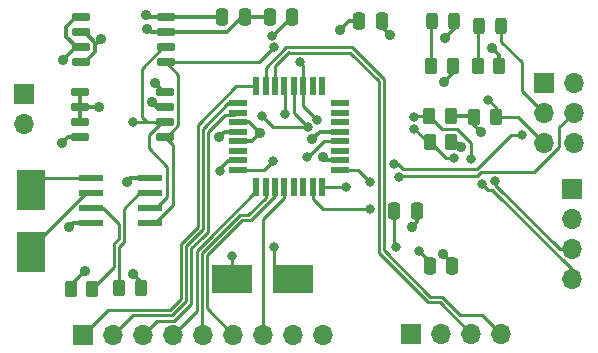
<source format=gtl>
%TF.GenerationSoftware,KiCad,Pcbnew,(6.0.1-0)*%
%TF.CreationDate,2022-02-17T22:02:19-07:00*%
%TF.ProjectId,MCU Datalogger,4d435520-4461-4746-916c-6f676765722e,1*%
%TF.SameCoordinates,Original*%
%TF.FileFunction,Copper,L1,Top*%
%TF.FilePolarity,Positive*%
%FSLAX46Y46*%
G04 Gerber Fmt 4.6, Leading zero omitted, Abs format (unit mm)*
G04 Created by KiCad (PCBNEW (6.0.1-0)) date 2022-02-17 22:02:19*
%MOMM*%
%LPD*%
G01*
G04 APERTURE LIST*
G04 Aperture macros list*
%AMRoundRect*
0 Rectangle with rounded corners*
0 $1 Rounding radius*
0 $2 $3 $4 $5 $6 $7 $8 $9 X,Y pos of 4 corners*
0 Add a 4 corners polygon primitive as box body*
4,1,4,$2,$3,$4,$5,$6,$7,$8,$9,$2,$3,0*
0 Add four circle primitives for the rounded corners*
1,1,$1+$1,$2,$3*
1,1,$1+$1,$4,$5*
1,1,$1+$1,$6,$7*
1,1,$1+$1,$8,$9*
0 Add four rect primitives between the rounded corners*
20,1,$1+$1,$2,$3,$4,$5,0*
20,1,$1+$1,$4,$5,$6,$7,0*
20,1,$1+$1,$6,$7,$8,$9,0*
20,1,$1+$1,$8,$9,$2,$3,0*%
G04 Aperture macros list end*
%TA.AperFunction,SMDPad,CuDef*%
%ADD10RoundRect,0.250000X0.262500X0.450000X-0.262500X0.450000X-0.262500X-0.450000X0.262500X-0.450000X0*%
%TD*%
%TA.AperFunction,SMDPad,CuDef*%
%ADD11RoundRect,0.250000X-0.262500X-0.450000X0.262500X-0.450000X0.262500X0.450000X-0.262500X0.450000X0*%
%TD*%
%TA.AperFunction,SMDPad,CuDef*%
%ADD12RoundRect,0.250000X0.250000X0.475000X-0.250000X0.475000X-0.250000X-0.475000X0.250000X-0.475000X0*%
%TD*%
%TA.AperFunction,SMDPad,CuDef*%
%ADD13RoundRect,0.243750X-0.243750X-0.456250X0.243750X-0.456250X0.243750X0.456250X-0.243750X0.456250X0*%
%TD*%
%TA.AperFunction,ComponentPad*%
%ADD14R,1.700000X1.700000*%
%TD*%
%TA.AperFunction,ComponentPad*%
%ADD15O,1.700000X1.700000*%
%TD*%
%TA.AperFunction,SMDPad,CuDef*%
%ADD16RoundRect,0.150000X-0.650000X-0.150000X0.650000X-0.150000X0.650000X0.150000X-0.650000X0.150000X0*%
%TD*%
%TA.AperFunction,SMDPad,CuDef*%
%ADD17R,2.400000X3.500000*%
%TD*%
%TA.AperFunction,SMDPad,CuDef*%
%ADD18R,1.500000X0.550000*%
%TD*%
%TA.AperFunction,SMDPad,CuDef*%
%ADD19R,0.550000X1.500000*%
%TD*%
%TA.AperFunction,SMDPad,CuDef*%
%ADD20RoundRect,0.250000X-0.250000X-0.475000X0.250000X-0.475000X0.250000X0.475000X-0.250000X0.475000X0*%
%TD*%
%TA.AperFunction,SMDPad,CuDef*%
%ADD21R,3.500000X2.400000*%
%TD*%
%TA.AperFunction,SMDPad,CuDef*%
%ADD22RoundRect,0.041300X-0.943700X-0.253700X0.943700X-0.253700X0.943700X0.253700X-0.943700X0.253700X0*%
%TD*%
%TA.AperFunction,ViaPad*%
%ADD23C,0.800000*%
%TD*%
%TA.AperFunction,ViaPad*%
%ADD24C,0.900000*%
%TD*%
%TA.AperFunction,Conductor*%
%ADD25C,0.250000*%
%TD*%
%TA.AperFunction,Conductor*%
%ADD26C,0.350000*%
%TD*%
G04 APERTURE END LIST*
D10*
%TO.P,R4,1*%
%TO.N,/Vcc*%
X116103400Y-85801200D03*
%TO.P,R4,2*%
%TO.N,/SDA*%
X114278400Y-85801200D03*
%TD*%
%TO.P,R2,1*%
%TO.N,/Vcc*%
X89863300Y-100355400D03*
%TO.P,R2,2*%
%TO.N,Net-(R2-Pad2)*%
X88038300Y-100355400D03*
%TD*%
D11*
%TO.P,R7,1*%
%TO.N,Net-(D2-Pad1)*%
X114454300Y-81559400D03*
%TO.P,R7,2*%
%TO.N,GND*%
X116279300Y-81559400D03*
%TD*%
D10*
%TO.P,R5,1*%
%TO.N,GND*%
X120241700Y-81559400D03*
%TO.P,R5,2*%
%TO.N,Net-(D1-Pad1)*%
X118416700Y-81559400D03*
%TD*%
D12*
%TO.P,C2,1*%
%TO.N,GND*%
X113243400Y-93802200D03*
%TO.P,C2,2*%
%TO.N,Net-(C2-Pad2)*%
X111343400Y-93802200D03*
%TD*%
D13*
%TO.P,D2,1,K*%
%TO.N,Net-(D2-Pad1)*%
X114505500Y-77698600D03*
%TO.P,D2,2,A*%
%TO.N,/Vcc*%
X116380500Y-77698600D03*
%TD*%
D14*
%TO.P,J4,1,Pin_1*%
%TO.N,GND*%
X112786000Y-104216200D03*
D15*
%TO.P,J4,2,Pin_2*%
%TO.N,/Vcc*%
X115326000Y-104216200D03*
%TO.P,J4,3,Pin_3*%
%TO.N,/RX*%
X117866000Y-104216200D03*
%TO.P,J4,4,Pin_4*%
%TO.N,/TX*%
X120406000Y-104216200D03*
%TD*%
D16*
%TO.P,U1,1,A0*%
%TO.N,/Vcc*%
X84690400Y-83693000D03*
%TO.P,U1,2,A1*%
X84690400Y-84963000D03*
%TO.P,U1,3,A2*%
X84690400Y-86233000D03*
%TO.P,U1,4,GND*%
%TO.N,GND*%
X84690400Y-87503000D03*
%TO.P,U1,5,SDA*%
%TO.N,/SDA*%
X91890400Y-87503000D03*
%TO.P,U1,6,SCL*%
%TO.N,/SCL*%
X91890400Y-86233000D03*
%TO.P,U1,7,WP*%
%TO.N,GND*%
X91890400Y-84963000D03*
%TO.P,U1,8,VCC*%
%TO.N,/Vcc*%
X91890400Y-83693000D03*
%TD*%
D17*
%TO.P,Y1,1,1*%
%TO.N,Net-(U2-Pad1)*%
X80568800Y-92065800D03*
%TO.P,Y1,2,2*%
%TO.N,Net-(U2-Pad2)*%
X80568800Y-97265800D03*
%TD*%
D14*
%TO.P,J1,1,Pin_1*%
%TO.N,/D2*%
X85013800Y-104267000D03*
D15*
%TO.P,J1,2,Pin_2*%
%TO.N,/D3*%
X87553800Y-104267000D03*
%TO.P,J1,3,Pin_3*%
%TO.N,/D4*%
X90093800Y-104267000D03*
%TO.P,J1,4,Pin_4*%
%TO.N,/D5*%
X92633800Y-104267000D03*
%TO.P,J1,5,Pin_5*%
%TO.N,/D6*%
X95173800Y-104267000D03*
%TO.P,J1,6,Pin_6*%
%TO.N,/D7*%
X97713800Y-104267000D03*
%TO.P,J1,7,Pin_7*%
%TO.N,/D8*%
X100253800Y-104267000D03*
%TO.P,J1,8,Pin_8*%
%TO.N,GND*%
X102793800Y-104267000D03*
%TO.P,J1,9,Pin_9*%
%TO.N,/Vcc*%
X105333800Y-104267000D03*
%TD*%
D18*
%TO.P,U4,1,PD3*%
%TO.N,/D3*%
X98138200Y-84703000D03*
%TO.P,U4,2,PD4*%
%TO.N,/D4*%
X98138200Y-85503000D03*
%TO.P,U4,3,GND*%
%TO.N,GND*%
X98138200Y-86303000D03*
%TO.P,U4,4,VCC*%
%TO.N,/Vcc*%
X98138200Y-87103000D03*
%TO.P,U4,5,GND*%
%TO.N,GND*%
X98138200Y-87903000D03*
%TO.P,U4,6,VCC*%
%TO.N,unconnected-(U4-Pad6)*%
X98138200Y-88703000D03*
%TO.P,U4,7,PB6*%
%TO.N,Net-(C2-Pad2)*%
X98138200Y-89503000D03*
%TO.P,U4,8,PB7*%
%TO.N,Net-(C3-Pad2)*%
X98138200Y-90303000D03*
D19*
%TO.P,U4,9,PD5*%
%TO.N,/D5*%
X99638200Y-91803000D03*
%TO.P,U4,10,PD6*%
%TO.N,/D6*%
X100438200Y-91803000D03*
%TO.P,U4,11,PD7*%
%TO.N,/D7*%
X101238200Y-91803000D03*
%TO.P,U4,12,PB0*%
%TO.N,/D8*%
X102038200Y-91803000D03*
%TO.P,U4,13,PB1*%
%TO.N,unconnected-(U4-Pad13)*%
X102838200Y-91803000D03*
%TO.P,U4,14,PB2*%
%TO.N,unconnected-(U4-Pad14)*%
X103638200Y-91803000D03*
%TO.P,U4,15,PB3*%
%TO.N,/MOSI*%
X104438200Y-91803000D03*
%TO.P,U4,16,PB4*%
%TO.N,/MISO*%
X105238200Y-91803000D03*
D18*
%TO.P,U4,17,PB5*%
%TO.N,/SCK*%
X106738200Y-90303000D03*
%TO.P,U4,18,AVCC*%
%TO.N,/Vcc*%
X106738200Y-89503000D03*
%TO.P,U4,19,ADC6*%
%TO.N,unconnected-(U4-Pad19)*%
X106738200Y-88703000D03*
%TO.P,U4,20,AREF*%
%TO.N,Net-(C4-Pad2)*%
X106738200Y-87903000D03*
%TO.P,U4,21,GND*%
%TO.N,GND*%
X106738200Y-87103000D03*
%TO.P,U4,22,ADC7*%
%TO.N,unconnected-(U4-Pad22)*%
X106738200Y-86303000D03*
%TO.P,U4,23,PC0*%
%TO.N,unconnected-(U4-Pad23)*%
X106738200Y-85503000D03*
%TO.P,U4,24,PC1*%
%TO.N,unconnected-(U4-Pad24)*%
X106738200Y-84703000D03*
D19*
%TO.P,U4,25,PC2*%
%TO.N,unconnected-(U4-Pad25)*%
X105238200Y-83203000D03*
%TO.P,U4,26,PC3*%
%TO.N,unconnected-(U4-Pad26)*%
X104438200Y-83203000D03*
%TO.P,U4,27,PC4*%
%TO.N,/SDA*%
X103638200Y-83203000D03*
%TO.P,U4,28,PC5*%
%TO.N,/SCL*%
X102838200Y-83203000D03*
%TO.P,U4,29,PC6/~{RESET}*%
%TO.N,/RESET*%
X102038200Y-83203000D03*
%TO.P,U4,30,PD0*%
%TO.N,/RX*%
X101238200Y-83203000D03*
%TO.P,U4,31,PD1*%
%TO.N,/TX*%
X100438200Y-83203000D03*
%TO.P,U4,32,PD2*%
%TO.N,/D2*%
X99638200Y-83203000D03*
%TD*%
D16*
%TO.P,U3,1,A0*%
%TO.N,/Vcc*%
X84792000Y-77419200D03*
%TO.P,U3,2,A1*%
%TO.N,GND*%
X84792000Y-78689200D03*
%TO.P,U3,3,A2*%
%TO.N,/Vcc*%
X84792000Y-79959200D03*
%TO.P,U3,4,GND*%
%TO.N,GND*%
X84792000Y-81229200D03*
%TO.P,U3,5,SDA*%
%TO.N,/SDA*%
X91992000Y-81229200D03*
%TO.P,U3,6,SCL*%
%TO.N,/SCL*%
X91992000Y-79959200D03*
%TO.P,U3,7,WP*%
%TO.N,GND*%
X91992000Y-78689200D03*
%TO.P,U3,8,VCC*%
%TO.N,/Vcc*%
X91992000Y-77419200D03*
%TD*%
D13*
%TO.P,D1,1,K*%
%TO.N,Net-(D1-Pad1)*%
X118493300Y-78130400D03*
%TO.P,D1,2,A*%
%TO.N,/SCK*%
X120368300Y-78130400D03*
%TD*%
D14*
%TO.P,J3,1,Pin_1*%
%TO.N,/MISO*%
X123997800Y-82946000D03*
D15*
%TO.P,J3,2,Pin_2*%
%TO.N,/Vcc*%
X126537800Y-82946000D03*
%TO.P,J3,3,Pin_3*%
%TO.N,/SCK*%
X123997800Y-85486000D03*
%TO.P,J3,4,Pin_4*%
%TO.N,/MOSI*%
X126537800Y-85486000D03*
%TO.P,J3,5,Pin_5*%
%TO.N,/RESET*%
X123997800Y-88026000D03*
%TO.P,J3,6,Pin_6*%
%TO.N,GND*%
X126537800Y-88026000D03*
%TD*%
D10*
%TO.P,R3,1*%
%TO.N,/Vcc*%
X116152300Y-87985600D03*
%TO.P,R3,2*%
%TO.N,/SCL*%
X114327300Y-87985600D03*
%TD*%
D20*
%TO.P,C5,1*%
%TO.N,/Vcc*%
X108371600Y-77724000D03*
%TO.P,C5,2*%
%TO.N,GND*%
X110271600Y-77724000D03*
%TD*%
%TO.P,C1,1*%
%TO.N,/Vcc*%
X96763800Y-77393800D03*
%TO.P,C1,2*%
%TO.N,GND*%
X98663800Y-77393800D03*
%TD*%
D21*
%TO.P,Y2,1,1*%
%TO.N,Net-(C3-Pad2)*%
X102777600Y-99593400D03*
%TO.P,Y2,2,2*%
%TO.N,Net-(C2-Pad2)*%
X97577600Y-99593400D03*
%TD*%
D14*
%TO.P,J2,1,Pin_1*%
%TO.N,GND*%
X126415800Y-91973400D03*
D15*
%TO.P,J2,2,Pin_2*%
%TO.N,/Vcc*%
X126415800Y-94513400D03*
%TO.P,J2,3,Pin_3*%
%TO.N,/SDA*%
X126415800Y-97053400D03*
%TO.P,J2,4,Pin_4*%
%TO.N,/SCL*%
X126415800Y-99593400D03*
%TD*%
D14*
%TO.P,BT1,1,+*%
%TO.N,/Vcc*%
X80010000Y-83942000D03*
D15*
%TO.P,BT1,2,-*%
%TO.N,GND*%
X80010000Y-86482000D03*
%TD*%
D11*
%TO.P,R1,1*%
%TO.N,/Vcc*%
X83948900Y-100380800D03*
%TO.P,R1,2*%
%TO.N,Net-(R1-Pad2)*%
X85773900Y-100380800D03*
%TD*%
%TO.P,R6,1*%
%TO.N,/Vcc*%
X118111900Y-85826600D03*
%TO.P,R6,2*%
%TO.N,/RESET*%
X119936900Y-85826600D03*
%TD*%
D22*
%TO.P,U2,1,X1*%
%TO.N,Net-(U2-Pad1)*%
X85663000Y-91033600D03*
%TO.P,U2,2,X2*%
%TO.N,Net-(U2-Pad2)*%
X85663000Y-92303600D03*
%TO.P,U2,3,~{INTA}*%
%TO.N,Net-(R1-Pad2)*%
X85663000Y-93573600D03*
%TO.P,U2,4,GND*%
%TO.N,GND*%
X85663000Y-94843600D03*
%TO.P,U2,5,SDA*%
%TO.N,/SDA*%
X90613000Y-94843600D03*
%TO.P,U2,6,SCL*%
%TO.N,/SCL*%
X90613000Y-93573600D03*
%TO.P,U2,7,SQW/~{INT}*%
%TO.N,Net-(R2-Pad2)*%
X90613000Y-92303600D03*
%TO.P,U2,8,VCC*%
%TO.N,/Vcc*%
X90613000Y-91033600D03*
%TD*%
D20*
%TO.P,C3,1*%
%TO.N,GND*%
X100802400Y-77368400D03*
%TO.P,C3,2*%
%TO.N,Net-(C3-Pad2)*%
X102702400Y-77368400D03*
%TD*%
D12*
%TO.P,C4,1*%
%TO.N,GND*%
X116255800Y-98501200D03*
%TO.P,C4,2*%
%TO.N,Net-(C4-Pad2)*%
X114355800Y-98501200D03*
%TD*%
D23*
%TO.N,/MISO*%
X107289600Y-91770200D03*
%TO.N,/MOSI*%
X109282900Y-93649800D03*
%TO.N,/SCK*%
X122174000Y-87376000D03*
X109282900Y-91363800D03*
X111328200Y-89839800D03*
%TO.N,/SCL*%
X89255600Y-86258400D03*
X100101400Y-85750400D03*
D24*
%TO.N,/Vcc*%
X96494600Y-87579200D03*
D23*
%TO.N,/SDA*%
X103378000Y-81203800D03*
X101150627Y-79942057D03*
D24*
%TO.N,/Vcc*%
X116980700Y-88429342D03*
X105315541Y-89273868D03*
X118694200Y-87122000D03*
X115620800Y-79171800D03*
X106730800Y-78460600D03*
X90296823Y-77239412D03*
X83293118Y-81046802D03*
X86309200Y-85013800D03*
X91084400Y-83007200D03*
X88671400Y-91313000D03*
X89204800Y-99136200D03*
X85140800Y-98907600D03*
%TO.N,GND*%
X115493800Y-97485200D03*
X112852200Y-95148400D03*
X119634000Y-80010000D03*
X115570000Y-82854800D03*
X110972600Y-78892400D03*
X99974400Y-87223600D03*
X104384483Y-87750446D03*
X90398600Y-78384400D03*
X86512400Y-79222600D03*
X90791300Y-84564083D03*
X83794600Y-95199200D03*
X83235800Y-88011000D03*
D23*
%TO.N,/RESET*%
X102116074Y-85599406D03*
X119278400Y-84378800D03*
%TO.N,Net-(C2-Pad2)*%
X96596200Y-90398600D03*
%TO.N,/SDA*%
X119888000Y-91262200D03*
X117805200Y-89433400D03*
%TO.N,/SCL*%
X116357400Y-89335100D03*
X118770400Y-91490800D03*
%TO.N,Net-(C4-Pad2)*%
X103911400Y-89230200D03*
X113461800Y-97231200D03*
%TO.N,Net-(C2-Pad2)*%
X111455200Y-96875600D03*
X97586800Y-97637600D03*
%TO.N,Net-(C3-Pad2)*%
X100960028Y-78960895D03*
X101117400Y-96836900D03*
X101041200Y-89560400D03*
%TO.N,/SCL*%
X113014219Y-86825488D03*
X104013000Y-86715600D03*
%TO.N,/SDA*%
X104808036Y-86100988D03*
X112979200Y-85826600D03*
%TO.N,/MOSI*%
X111734600Y-90932000D03*
%TD*%
D25*
%TO.N,/MISO*%
X107256800Y-91803000D02*
X107289600Y-91770200D01*
X105238200Y-91803000D02*
X107256800Y-91803000D01*
%TO.N,/SCK*%
X109282900Y-91363800D02*
X108222100Y-90303000D01*
X108222100Y-90303000D02*
X106738200Y-90303000D01*
%TO.N,/MOSI*%
X104438200Y-92803000D02*
X105285000Y-93649800D01*
X104438200Y-91803000D02*
X104438200Y-92803000D01*
X105285000Y-93649800D02*
X109282900Y-93649800D01*
%TO.N,/SCK*%
X118380068Y-90220800D02*
X121224868Y-87376000D01*
X111667014Y-89839800D02*
X112048014Y-90220800D01*
X121224868Y-87376000D02*
X122174000Y-87376000D01*
X111328200Y-89839800D02*
X111667014Y-89839800D01*
X112048014Y-90220800D02*
X118380068Y-90220800D01*
%TO.N,/MOSI*%
X111785400Y-90881200D02*
X118355386Y-90881200D01*
X118355386Y-90881200D02*
X118698897Y-90537689D01*
X118698897Y-90537689D02*
X123147121Y-90537689D01*
X123147121Y-90537689D02*
X125313289Y-88371521D01*
X125313289Y-88371521D02*
X125313289Y-86710511D01*
X125313289Y-86710511D02*
X126537800Y-85486000D01*
%TO.N,/SCL*%
X89255600Y-86258400D02*
X89281000Y-86233000D01*
X104013000Y-86715600D02*
X101066600Y-86715600D01*
X101066600Y-86715600D02*
X100101400Y-85750400D01*
X89281000Y-86233000D02*
X91890400Y-86233000D01*
%TO.N,/SDA*%
X116638124Y-86875720D02*
X117805200Y-88042796D01*
X117805200Y-88042796D02*
X117805200Y-89433400D01*
X114278400Y-85801200D02*
X115352920Y-86875720D01*
X115352920Y-86875720D02*
X116638124Y-86875720D01*
%TO.N,/SCL*%
X115676800Y-89335100D02*
X114327300Y-87985600D01*
X116357400Y-89335100D02*
X115676800Y-89335100D01*
X126415800Y-99593400D02*
X126415800Y-98755200D01*
X126415800Y-98755200D02*
X119647311Y-91986711D01*
X119647311Y-91986711D02*
X119266311Y-91986711D01*
X119266311Y-91986711D02*
X118770400Y-91490800D01*
%TO.N,/SDA*%
X125349718Y-97053400D02*
X126415800Y-97053400D01*
X119888000Y-91591682D02*
X125349718Y-97053400D01*
X119888000Y-91262200D02*
X119888000Y-91591682D01*
%TO.N,Net-(C3-Pad2)*%
X100998105Y-78960895D02*
X102590600Y-77368400D01*
X100960028Y-78960895D02*
X100998105Y-78960895D01*
X102590600Y-77368400D02*
X102702400Y-77368400D01*
D26*
%TO.N,/Vcc*%
X96970800Y-87103000D02*
X96494600Y-87579200D01*
X98138200Y-87103000D02*
X96970800Y-87103000D01*
D25*
%TO.N,/SDA*%
X99863484Y-81229200D02*
X101150627Y-79942057D01*
X91992000Y-81229200D02*
X99863484Y-81229200D01*
X103378000Y-81203800D02*
X103638200Y-81464000D01*
X103638200Y-81464000D02*
X103638200Y-83203000D01*
D26*
%TO.N,/Vcc*%
X83293118Y-81046802D02*
X84380720Y-79959200D01*
X84380720Y-79959200D02*
X84792000Y-79959200D01*
D25*
%TO.N,/D8*%
X100253800Y-104267000D02*
X100253800Y-94461422D01*
X100253800Y-94461422D02*
X102038200Y-92677022D01*
X102038200Y-92677022D02*
X102038200Y-91803000D01*
D26*
%TO.N,/Vcc*%
X116536958Y-87985600D02*
X116980700Y-88429342D01*
X116152300Y-87985600D02*
X116536958Y-87985600D01*
X105315541Y-89273868D02*
X105544673Y-89503000D01*
X105544673Y-89503000D02*
X106738200Y-89503000D01*
D25*
%TO.N,Net-(C4-Pad2)*%
X103911400Y-89230200D02*
X104070765Y-89230200D01*
X104070765Y-89230200D02*
X105397965Y-87903000D01*
X105397965Y-87903000D02*
X106738200Y-87903000D01*
D26*
%TO.N,/Vcc*%
X118111900Y-86539700D02*
X118694200Y-87122000D01*
X118111900Y-85826600D02*
X118111900Y-86539700D01*
X116103400Y-85801200D02*
X118086500Y-85801200D01*
X118086500Y-85801200D02*
X118111900Y-85826600D01*
X116380500Y-78412100D02*
X115620800Y-79171800D01*
X116380500Y-77698600D02*
X116380500Y-78412100D01*
X107467400Y-77724000D02*
X106730800Y-78460600D01*
X108371600Y-77724000D02*
X107467400Y-77724000D01*
X90476611Y-77419200D02*
X90296823Y-77239412D01*
X91992000Y-77419200D02*
X90476611Y-77419200D01*
X86258400Y-84963000D02*
X86309200Y-85013800D01*
X84690400Y-84963000D02*
X86258400Y-84963000D01*
X91770200Y-83693000D02*
X91084400Y-83007200D01*
X91890400Y-83693000D02*
X91770200Y-83693000D01*
X88950800Y-91033600D02*
X88671400Y-91313000D01*
X90613000Y-91033600D02*
X88950800Y-91033600D01*
X89863300Y-99794700D02*
X89204800Y-99136200D01*
X89863300Y-100355400D02*
X89863300Y-99794700D01*
X83948900Y-100099500D02*
X85140800Y-98907600D01*
X83948900Y-100380800D02*
X83948900Y-100099500D01*
%TO.N,GND*%
X116255800Y-98247200D02*
X115493800Y-97485200D01*
X116255800Y-98501200D02*
X116255800Y-98247200D01*
X113243400Y-94757200D02*
X112852200Y-95148400D01*
X113243400Y-93802200D02*
X113243400Y-94757200D01*
X120241700Y-80617700D02*
X119634000Y-80010000D01*
X120241700Y-81559400D02*
X120241700Y-80617700D01*
X116279300Y-82145500D02*
X115570000Y-82854800D01*
X116279300Y-81559400D02*
X116279300Y-82145500D01*
X110271600Y-78191400D02*
X110972600Y-78892400D01*
X110271600Y-77724000D02*
X110271600Y-78191400D01*
X98138200Y-86303000D02*
X99053800Y-86303000D01*
X99053800Y-86303000D02*
X99974400Y-87223600D01*
X99295000Y-87903000D02*
X99974400Y-87223600D01*
X98138200Y-87903000D02*
X99295000Y-87903000D01*
D25*
%TO.N,Net-(C3-Pad2)*%
X102336600Y-99593400D02*
X102777600Y-99593400D01*
X101117400Y-96836900D02*
X101117400Y-98374200D01*
X101117400Y-98374200D02*
X102336600Y-99593400D01*
X101041200Y-89560400D02*
X100298600Y-90303000D01*
X100298600Y-90303000D02*
X98138200Y-90303000D01*
D26*
%TO.N,GND*%
X105031929Y-87103000D02*
X104384483Y-87750446D01*
X106738200Y-87103000D02*
X105031929Y-87103000D01*
X90703400Y-78689200D02*
X90398600Y-78384400D01*
X91992000Y-78689200D02*
X90703400Y-78689200D01*
X86163773Y-79571227D02*
X86512400Y-79222600D01*
X86016520Y-79571227D02*
X86163773Y-79571227D01*
X91190217Y-84963000D02*
X90791300Y-84564083D01*
X91890400Y-84963000D02*
X91190217Y-84963000D01*
D25*
%TO.N,/SCL*%
X91992000Y-79959200D02*
X91790928Y-79959200D01*
X91790928Y-79959200D02*
X89966800Y-81783328D01*
X89966800Y-81783328D02*
X89966800Y-85826600D01*
X89966800Y-85826600D02*
X90373200Y-86233000D01*
X90373200Y-86233000D02*
X91890400Y-86233000D01*
D26*
%TO.N,GND*%
X83235800Y-88011000D02*
X83743800Y-87503000D01*
X83743800Y-87503000D02*
X84690400Y-87503000D01*
X84150200Y-94843600D02*
X83794600Y-95199200D01*
X85663000Y-94843600D02*
X84150200Y-94843600D01*
D25*
%TO.N,/RESET*%
X119936900Y-85826600D02*
X119936900Y-85037300D01*
X119936900Y-85037300D02*
X119278400Y-84378800D01*
X102116074Y-85599406D02*
X102116074Y-83280874D01*
X102116074Y-83280874D02*
X102038200Y-83203000D01*
%TO.N,/SDA*%
X104808036Y-86100988D02*
X103638200Y-84931152D01*
X103638200Y-84931152D02*
X103638200Y-83203000D01*
%TO.N,/SCL*%
X104013000Y-86715600D02*
X102838200Y-85540800D01*
X102838200Y-85540800D02*
X102838200Y-83203000D01*
%TO.N,/D2*%
X85013800Y-104267000D02*
X87087351Y-102193449D01*
X87087351Y-102193449D02*
X92343715Y-102193449D01*
X93255382Y-96597901D02*
X94681160Y-95172123D01*
X92343715Y-102193449D02*
X93255382Y-101281782D01*
X94681160Y-95172123D02*
X94681160Y-86486018D01*
X93255382Y-101281782D02*
X93255382Y-96597901D01*
X94681160Y-86486018D02*
X97964178Y-83203000D01*
X97964178Y-83203000D02*
X99638200Y-83203000D01*
%TO.N,/D3*%
X87553800Y-104267000D02*
X89177831Y-102642969D01*
X89177831Y-102642969D02*
X92529913Y-102642969D01*
X97264178Y-84703000D02*
X98138200Y-84703000D01*
X92529913Y-102642969D02*
X93705009Y-101467873D01*
X95130680Y-86836498D02*
X97264178Y-84703000D01*
X93705009Y-101467873D02*
X93705011Y-96783989D01*
X95130680Y-95358321D02*
X95130680Y-86836498D01*
X93705011Y-96783989D02*
X95130680Y-95358321D01*
%TO.N,/D4*%
X95580200Y-87086978D02*
X97013689Y-85653489D01*
X95580200Y-87122000D02*
X95580200Y-87086978D01*
X94154529Y-101654071D02*
X94154530Y-96970187D01*
X95580200Y-95544518D02*
X95580200Y-87122000D01*
X94154529Y-101654071D02*
X94030800Y-101777800D01*
X97013689Y-85653489D02*
X97815400Y-85653489D01*
X94154530Y-96970187D02*
X95117859Y-96006859D01*
X94030800Y-101777800D02*
X92716111Y-103092489D01*
X95117859Y-96006859D02*
X95580200Y-95544518D01*
X92716111Y-103092489D02*
X91268311Y-103092489D01*
X91268311Y-103092489D02*
X90093800Y-104267000D01*
%TO.N,/D7*%
X97713800Y-104267000D02*
X95503089Y-102056289D01*
X95503089Y-102056289D02*
X95503089Y-97528781D01*
X98424550Y-94607320D02*
X99169998Y-94607320D01*
X95503089Y-97528781D02*
X98424550Y-94607320D01*
X101238200Y-92539118D02*
X101238200Y-91803000D01*
X99169998Y-94607320D02*
X101238200Y-92539118D01*
%TO.N,/D5*%
X94604049Y-97156385D02*
X95359518Y-96400917D01*
X94604049Y-102296751D02*
X94604049Y-97156385D01*
X95359518Y-96400917D02*
X99638200Y-92122235D01*
X99638200Y-92122235D02*
X99638200Y-91803000D01*
X92633800Y-104267000D02*
X94604049Y-102296751D01*
%TO.N,/D6*%
X95173800Y-104267000D02*
X95053569Y-104146769D01*
X95053569Y-104146769D02*
X95053569Y-97342583D01*
X100438200Y-92703400D02*
X100438200Y-91803000D01*
X95053569Y-97342583D02*
X98238352Y-94157800D01*
X98983800Y-94157800D02*
X100438200Y-92703400D01*
X98238352Y-94157800D02*
X98983800Y-94157800D01*
%TO.N,Net-(C2-Pad2)*%
X97586800Y-97637600D02*
X97577600Y-97646800D01*
X97577600Y-97646800D02*
X97577600Y-99593400D01*
X96596200Y-90398600D02*
X96596200Y-90170978D01*
X96596200Y-90170978D02*
X97264178Y-89503000D01*
X97264178Y-89503000D02*
X98138200Y-89503000D01*
%TO.N,Net-(C4-Pad2)*%
X114355800Y-98125200D02*
X113461800Y-97231200D01*
X114355800Y-98501200D02*
X114355800Y-98125200D01*
%TO.N,Net-(C2-Pad2)*%
X111343400Y-96763800D02*
X111343400Y-93802200D01*
X111455200Y-96875600D02*
X111343400Y-96763800D01*
%TO.N,Net-(D1-Pad1)*%
X118416700Y-81559400D02*
X118416700Y-78207000D01*
X118416700Y-78207000D02*
X118493300Y-78130400D01*
%TO.N,Net-(D2-Pad1)*%
X114454300Y-81559400D02*
X114454300Y-77749800D01*
X114454300Y-77749800D02*
X114505500Y-77698600D01*
%TO.N,/SCL*%
X114174331Y-87985600D02*
X113014219Y-86825488D01*
X114327300Y-87985600D02*
X114174331Y-87985600D01*
%TO.N,/SDA*%
X113004600Y-85801200D02*
X112979200Y-85826600D01*
X114278400Y-85801200D02*
X113004600Y-85801200D01*
%TO.N,/RESET*%
X119936900Y-85826600D02*
X121798400Y-85826600D01*
X121798400Y-85826600D02*
X123997800Y-88026000D01*
%TO.N,/SCK*%
X120368300Y-78130400D02*
X120368300Y-79474300D01*
X120368300Y-79474300D02*
X122123200Y-81229200D01*
X122123200Y-81229200D02*
X122123200Y-83616800D01*
X122123200Y-83616800D02*
X122128600Y-83616800D01*
X122128600Y-83616800D02*
X123997800Y-85486000D01*
%TO.N,/SDA*%
X90613000Y-94843600D02*
X91057747Y-94843600D01*
X91057747Y-94843600D02*
X92575320Y-93326027D01*
X92575320Y-93326027D02*
X92575320Y-88187920D01*
X92575320Y-88187920D02*
X91890400Y-87503000D01*
%TO.N,/SCL*%
X90613000Y-93573600D02*
X91189422Y-93573600D01*
X91689328Y-86233000D02*
X91890400Y-86233000D01*
X91189422Y-93573600D02*
X92125800Y-92637222D01*
X92125800Y-92637222D02*
X92125800Y-90068400D01*
X92125800Y-90068400D02*
X90551000Y-88493600D01*
X90551000Y-88493600D02*
X90551000Y-87371328D01*
X90551000Y-87371328D02*
X91689328Y-86233000D01*
%TO.N,/SDA*%
X91890400Y-87503000D02*
X92091472Y-87503000D01*
X93064920Y-86529552D02*
X93064920Y-82302120D01*
X92091472Y-87503000D02*
X93064920Y-86529552D01*
X93064920Y-82302120D02*
X91992000Y-81229200D01*
D26*
%TO.N,GND*%
X98663800Y-77393800D02*
X100777000Y-77393800D01*
X100777000Y-77393800D02*
X100802400Y-77368400D01*
X91992000Y-78689200D02*
X97147315Y-78689200D01*
X97147315Y-78689200D02*
X98442715Y-77393800D01*
X98442715Y-77393800D02*
X98663800Y-77393800D01*
%TO.N,/Vcc*%
X91992000Y-77419200D02*
X96738400Y-77419200D01*
X96738400Y-77419200D02*
X96763800Y-77393800D01*
%TO.N,GND*%
X84792000Y-81229200D02*
X85134493Y-81229200D01*
X85134493Y-81229200D02*
X86016520Y-80347173D01*
X85134493Y-78689200D02*
X84792000Y-78689200D01*
X86016520Y-80347173D02*
X86016520Y-79571227D01*
X86016520Y-79571227D02*
X85134493Y-78689200D01*
%TO.N,/Vcc*%
X84792000Y-77419200D02*
X84412978Y-77419200D01*
X84412978Y-77419200D02*
X83567480Y-78264698D01*
X83567480Y-78264698D02*
X83567480Y-79077173D01*
X83567480Y-79077173D02*
X84449507Y-79959200D01*
X84449507Y-79959200D02*
X84792000Y-79959200D01*
X84690400Y-83693000D02*
X84690400Y-84963000D01*
X84690400Y-86233000D02*
X84690400Y-84963000D01*
D25*
%TO.N,Net-(U2-Pad2)*%
X80568800Y-97265800D02*
X80568800Y-96953053D01*
X85218253Y-92303600D02*
X85663000Y-92303600D01*
X80568800Y-96953053D02*
X85218253Y-92303600D01*
%TO.N,Net-(U2-Pad1)*%
X80568800Y-92065800D02*
X81601000Y-91033600D01*
X81601000Y-91033600D02*
X85663000Y-91033600D01*
%TO.N,Net-(R1-Pad2)*%
X85773900Y-100380800D02*
X87588780Y-98565920D01*
X87588780Y-98565920D02*
X87588780Y-96543500D01*
X87588780Y-96543500D02*
X87993280Y-96139000D01*
X87993280Y-96139000D02*
X87993280Y-94894400D01*
X87993280Y-94894400D02*
X86672480Y-93573600D01*
X86672480Y-93573600D02*
X85663000Y-93573600D01*
%TO.N,Net-(R2-Pad2)*%
X88038300Y-100355400D02*
X88038300Y-96873700D01*
X88038300Y-96873700D02*
X88442800Y-96469200D01*
X88442800Y-96469200D02*
X88442800Y-93624400D01*
X88442800Y-93624400D02*
X89763600Y-92303600D01*
X89763600Y-92303600D02*
X90613000Y-92303600D01*
%TO.N,/TX*%
X120406000Y-104216200D02*
X118787741Y-102597941D01*
X118787741Y-102597941D02*
X116883459Y-102597941D01*
X103428800Y-79941480D02*
X103403400Y-79916080D01*
X116883459Y-102597941D02*
X115359797Y-101074280D01*
X103403400Y-79916080D02*
X102201202Y-79916080D01*
X115359797Y-101074280D02*
X114384598Y-101074280D01*
X114384598Y-101074280D02*
X110456920Y-97146602D01*
X110456920Y-97146602D02*
X110456920Y-82643203D01*
X110456920Y-82643203D02*
X107755197Y-79941480D01*
X107755197Y-79941480D02*
X103428800Y-79941480D01*
X102201202Y-79916080D02*
X100438200Y-81679082D01*
X100438200Y-81679082D02*
X100438200Y-83203000D01*
%TO.N,/RX*%
X117866000Y-104216200D02*
X115173600Y-101523800D01*
X115173600Y-101523800D02*
X114198400Y-101523800D01*
X114198400Y-101523800D02*
X110007400Y-97332800D01*
X110007400Y-97332800D02*
X110007400Y-82829400D01*
X110007400Y-82829400D02*
X107569000Y-80391000D01*
X107569000Y-80391000D02*
X102412800Y-80391000D01*
X102412800Y-80391000D02*
X102387400Y-80365600D01*
X102387400Y-80365600D02*
X101238200Y-81514800D01*
X101238200Y-81514800D02*
X101238200Y-83203000D01*
%TD*%
M02*

</source>
